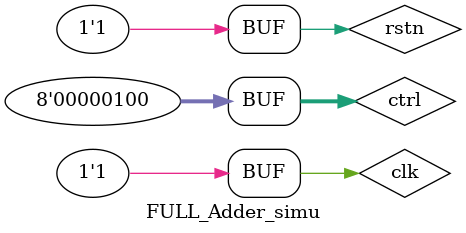
<source format=v>
`timescale 1ns / 1ps
module FULL_Adder_simu;
reg clk;
reg rstn;
reg [7:0] ctrl;
wire [7:0] wave_sin;
wire [7:0] wave_squ;
wire [7:0] wave_tri;
wire [7:0] wave_saw;

FULL_Adder u0(
.clk(clk),
.rstn(rstn),
.ctrl(ctrl),
.wave_sin(wave_sin),
.wave_squ(wave_squ),
.wave_tri(wave_tri),
.wave_saw(wave_saw)
);

initial begin
    rstn = 0;
    ctrl = 8'd4;
    #5 rstn = 1;
end

always begin
    #20 clk = 1'b0;
    #20 clk = 1'b1;
end

endmodule


</source>
